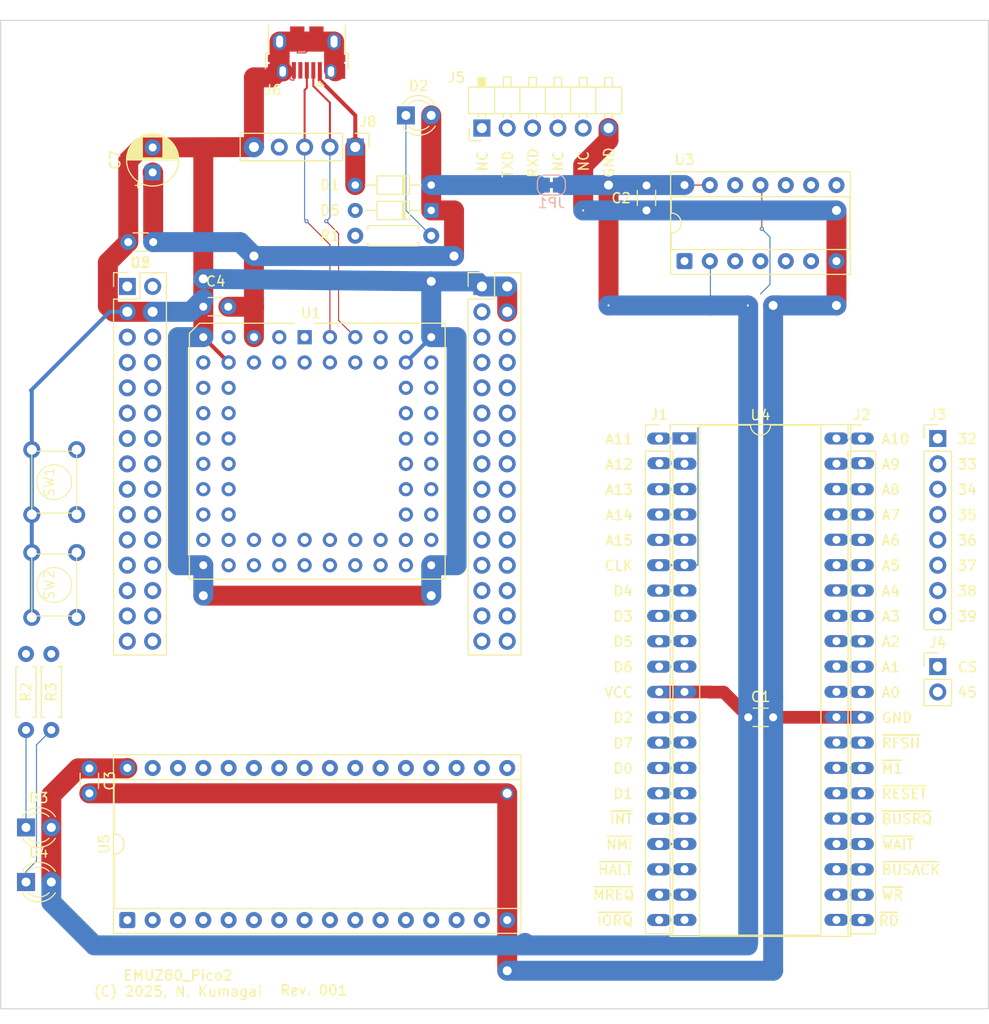
<source format=kicad_pcb>
(kicad_pcb (version 20241229) (generator "pcbnew") (generator_version "9.0")
  (title_block (title "EMUZ80_Pico2") (rev "Rev001") (company "Norihiro Kumagai"))
  (layers (0 "F.Cu" signal) (2 "B.Cu" signal) (13 "F.Paste" user) (15 "B.Paste" user) (5 "F.SilkS" user "F.Silkscreen") (7 "B.SilkS" user "B.Silkscreen") (1 "F.Mask" user) (3 "B.Mask" user) (25 "Edge.Cuts" user))
  (net 0 "")
  (net 1 "GND")
  (net 2 "+5V")
  (net 3 "/VCC")
  (net 4 "Net-(D2-K)")
  (net 5 "Net-(D3-K)")
  (net 6 "Net-(D4-K)")
  (net 7 "RESET")
  (net 8 "HALT")
  (net 9 "Net-(U1-RUN)")
  (net 10 "Net-(U1-BOOTSEL)")
  (net 11 "A4")
  (net 12 "GPIO33")
  (net 14 "GPIO35")
  (net 16 "RAMCS")
  (net 17 "GPIO32")
  (net 18 "M1")
  (net 19 "A7")
  (net 20 "D5")
  (net 21 "RFSH")
  (net 22 "A0")
  (net 23 "D7")
  (net 24 "A9")
  (net 25 "A6")
  (net 26 "BUSRQ")
  (net 27 "A8")
  (net 28 "D3")
  (net 29 "GPIO37")
  (net 30 "A13")
  (net 31 "GPIO36")
  (net 33 "GPIO34")
  (net 34 "Net-(J6-D+)")
  (net 35 "MREQ")
  (net 36 "D6")
  (net 37 "A14")
  (net 39 "BUSAK")
  (net 40 "A5")
  (net 41 "A12")
  (net 42 "RD")
  (net 43 "D4")
  (net 44 "WAIT")
  (net 45 "WR")
  (net 46 "D1")
  (net 47 "A1")
  (net 48 "Net-(J6-D-)")
  (net 49 "A3")
  (net 50 "/GPIO40")
  (net 51 "GPIO39")
  (net 52 "D0")
  (net 53 "/TX")
  (net 54 "/RX")
  (net 55 "D2")
  (net 56 "/GPIO41")
  (net 57 "/GPIO45")
  (net 58 "A2")
  (net 59 "A11")
  (net 61 "A10")
  (net 62 "IORQ")
  (net 63 "A15")
  (net 64 "GPIO38")
  (net 65 "INT")
  (net 66 "NMI")
  (net 67 "CLK")
  (net 69 "Net-(D1-A)")
  (net 70 "Net-(D5-A)")
  (net 71 "/CTS")
  (net 73 "/DTR")
  (footprint "local-f:LED_D3.0mm" (layer "F.Cu") (at 144.025 51.465)
    (property "Reference" "D2")
    (property "Value" "RED")
  )
  (footprint "Connector_PinHeader_2.54mm:PinHeader_1x05_P2.54mm_Vertical" (layer "F.Cu") (at 138.945 54.64 -90)
    (property "Reference" "J8")
    (property "Value" "Conn_01x05_Pin")
  )
  (footprint "MountingHole:MountingHole_3.5mm" (layer "F.Cu") (at 108.465 137.19)
    (property "Reference" "H1" (hide yes))
    (property "Value" "MountingHole" (hide yes))
  )
  (footprint "local-f:DIP-40_W15.24mm_Socket_OvalPad_splitcouryard" (layer "F.Cu") (at 171.9653 83.8373)
    (property "Reference" "U4")
    (property "Value" "Z80CPU")
  )
  (footprint "local-f:LED_D3.0mm" (layer "F.Cu") (at 105.925 122.83)
    (property "Reference" "D3")
    (property "Value" "GREEN")
  )
  (footprint "MountingHole:MountingHole_3.5mm" (layer "F.Cu") (at 197.365 71.15)
    (property "Reference" "H4" (hide yes))
    (property "Value" "MountingHole")
  )
  (footprint "Package_DIP:DIP-14_W7.62mm_Socket" (layer "F.Cu") (at 171.965 66.07 90)
    (property "Reference" "U3")
    (property "Value" "74HC00")
  )
  (footprint "local-f:R_Axial_L5.5mm_D2.0mm_P7.62mm_Horizontal" (layer "F.Cu") (at 105.925 113.06 90)
    (property "Reference" "R2")
    (property "Value" "1k")
  )
  (footprint "local-f:PLCC-64_THT-Socket" (layer "F.Cu") (at 135.135 85.12)
    (property "Reference" "U1")
    (property "Value" "Pimoroni PGA2350B")
  )
  (footprint "local-f:RB2350B_Core_Board" (layer "F.Cu") (at 135.135 86.39)
    (property "Reference" "U2")
    (property "Value" "RB2350B_Core_Board")
  )
  (footprint "local-f:R_Axial_L5.5mm_D2.0mm_P7.62mm_Horizontal" (layer "F.Cu") (at 146.565 63.53 180)
    (property "Reference" "R1")
    (property "Value" "1k")
  )
  (footprint "local-f:Tact_SW" (layer "F.Cu") (at 108.755 88.22 90)
    (property "Reference" "SW1")
    (property "Value" "RUN")
  )
  (footprint "local-f:LED_D3.0mm" (layer "F.Cu") (at 105.925 128.3)
    (property "Reference" "D4")
    (property "Value" "YELLOW")
  )
  (footprint "Package_DIP:DIP-32_W15.24mm_Socket" (layer "F.Cu") (at 116.085 132.11 90)
    (property "Reference" "U5")
    (property "Value" "HM628128")
  )
  (footprint "MountingHole:MountingHole_3.5mm" (layer "F.Cu") (at 197.365 45.75)
    (property "Reference" "H6" (hide yes))
    (property "Value" "MountingHole")
  )
  (footprint "local-f:Tact_SW" (layer "F.Cu") (at 108.755 98.53 90)
    (property "Reference" "SW2")
    (property "Value" "BOOTSEL")
  )
  (footprint "Connector_PinHeader_2.54mm:PinHeader_1x02_P2.54mm_Vertical" (layer "F.Cu") (at 197.365 106.71)
    (property "Reference" "J4")
    (property "Value" "EXT_GPIO2")
  )
  (footprint "Connector_USB:USB_Micro-B_Amphenol_10103594-0001LF_Horizontal" (layer "F.Cu") (at 134.065 45.185 180)
    (property "Reference" "J6")
    (property "Value" "USB_B_Micro")
  )
  (footprint "local-f:PinHeader_1x20_P2.54mm_Ovalpad_Vertical" (layer "F.Cu") (at 169.425 83.85)
    (property "Reference" "J1")
    (property "Value" "Z80_L")
  )
  (footprint "MountingHole:MountingHole_3.5mm" (layer "F.Cu") (at 197.365 137.19)
    (property "Reference" "H2" (hide yes))
    (property "Value" "MountingHole")
  )
  (footprint "local-f:PinHeader_1x06_P2.54mm_Horizontal_NoFeet" (layer "F.Cu") (at 151.645 52.735 90)
    (property "Reference" "J5")
    (property "Value" "Serial")
  )
  (footprint "Capacitor_THT:C_Disc_D3.0mm_W1.6mm_P2.50mm" (layer "F.Cu") (at 126.205 70.642 180)
    (property "Reference" "C4")
    (property "Value" "0.1u")
  )
  (footprint "local-f:D_DO-34_SOD68_P7.62mm_Horizontal" (layer "F.Cu") (at 146.565 60.99 180)
    (property "Reference" "D5")
    (property "Value" "1S3")
  )
  (footprint "Capacitor_THT:C_Disc_D3.0mm_W1.6mm_P2.50mm" (layer "F.Cu") (at 168.155 58.49 -90)
    (property "Reference" "C2")
    (property "Value" "0.1u")
  )
  (footprint "Capacitor_THT:C_Disc_D3.0mm_W1.6mm_P2.50mm" (layer "F.Cu") (at 112.275 116.91 -90)
    (property "Reference" "C3")
    (property "Value" "0.1u")
  )
  (footprint "Capacitor_THT:CP_Radial_D5.0mm_P2.50mm" (layer "F.Cu") (at 118.625 57.18 90)
    (property "Reference" "C7")
    (property "Value" "10uF")
  )
  (footprint "local-f:R_Axial_L5.5mm_D2.0mm_P7.62mm_Horizontal" (layer "F.Cu") (at 108.465 113.06 90)
    (property "Reference" "R3")
    (property "Value" "1k")
  )
  (footprint "MountingHole:MountingHole_3.5mm" (layer "F.Cu") (at 108.465 71.15)
    (property "Reference" "H3" (hide yes))
    (property "Value" "MountingHole")
  )
  (footprint "local-f:PinHeader_1x20_P2.54mm_Ovalpad_Vertical" (layer "F.Cu") (at 189.745 83.85)
    (property "Reference" "J2")
    (property "Value" "Z80_R")
  )
  (footprint "MountingHole:MountingHole_3.5mm" (layer "F.Cu") (at 108.465 45.75)
    (property "Reference" "H5" (hide yes))
    (property "Value" "MountingHole")
  )
  (footprint "Connector_PinHeader_2.54mm:PinHeader_1x08_P2.54mm_Vertical" (layer "F.Cu") (at 197.365 83.85)
    (property "Reference" "J3")
    (property "Value" "EXT_GPIO1")
  )
  (footprint "local-f:D_DO-34_SOD68_P7.62mm_Horizontal" (layer "F.Cu") (at 146.565 58.45 180)
    (property "Reference" "D1")
    (property "Value" "1S3")
  )
  (footprint "Capacitor_THT:C_Disc_D3.0mm_W1.6mm_P2.50mm" (layer "F.Cu") (at 178.355 111.79)
    (property "Reference" "C1")
    (property "Value" "0.1u")
  )
  (footprint "Capacitor_THT:C_Disc_D3.0mm_W1.6mm_P2.50mm" (layer "F.Cu") (at 118.68 64.165 180)
    (property "Reference" "C5")
    (property "Value" "0.1u")
  )
  (footprint "Jumper:SolderJumper-2_P1.3mm_Bridged_RoundedPad1.0x1.5mm" (layer "B.Cu") (at 158.615 58.45)
    (property "Reference" "JP1")
    (property "Value" "VCC_Jumper")
  )
  (gr_line (start 103.385 141) (end 103.385 41.94) (stroke (width 0.1)) (layer "Edge.Cuts"))
  (gr_line (start 202.445 41.94) (end 202.445 141) (stroke (width 0.1)) (layer "Edge.Cuts"))
  (gr_line (start 202.445 141) (end 103.385 141) (stroke (width 0.1)) (layer "Edge.Cuts"))
  (gr_line (start 202.445 41.94) (end 103.385 41.94) (stroke (width 0.1)) (layer "Edge.Cuts"))
  (gr_text "D3" (at 166.885 102.265 0) (layer "F.SilkS") (effects (font (size 1 1)) (justify right bottom)))
  (gr_text "NC" (at 162.44 57.18 90) (layer "F.SilkS") (effects (font (size 1 1)) (justify left bottom)))
  (gr_text "A7" (at 191.65 92.105 0) (layer "F.SilkS") (effects (font (size 1 1)) (justify left bottom)))
  (gr_text "A10" (at 191.65 84.485 0) (layer "F.SilkS") (effects (font (size 1 1)) (justify left bottom)))
  (gr_text "A2" (at 191.65 104.805 0) (layer "F.SilkS") (effects (font (size 1 1)) (justify left bottom)))
  (gr_text "D4" (at 166.885 99.725 0) (layer "F.SilkS") (effects (font (size 1 1)) (justify right bottom)))
  (gr_text "A11" (at 166.885 84.485 0) (layer "F.SilkS") (effects (font (size 1 1)) (justify right bottom)))
  (gr_text "~{M1}" (at 191.65 117.505 0) (layer "F.SilkS") (effects (font (size 1 1)) (justify left bottom)))
  (gr_text "35" (at 199.27 92.105 0) (layer "F.SilkS") (effects (font (size 1 1)) (justify left bottom)))
  (gr_text "39" (at 199.27 102.265 0) (layer "F.SilkS") (effects (font (size 1 1)) (justify left bottom)))
  (gr_text "D0" (at 166.885 117.505 0) (layer "F.SilkS") (effects (font (size 1 1)) (justify right bottom)))
  (gr_text "38" (at 199.27 99.725 0) (layer "F.SilkS") (effects (font (size 1 1)) (justify left bottom)))
  (gr_text "A8" (at 191.65 89.565 0) (layer "F.SilkS") (effects (font (size 1 1)) (justify left bottom)))
  (gr_text "33" (at 199.27 87.025 0) (layer "F.SilkS") (effects (font (size 1 1)) (justify left bottom)))
  (gr_text "45" (at 199.27 109.885 0) (layer "F.SilkS") (effects (font (size 1 1)) (justify left bottom)))
  (gr_text "NC" (at 152.28 57.18 90) (layer "F.SilkS") (effects (font (size 1 1)) (justify left bottom)))
  (gr_text "37" (at 199.27 97.185 0) (layer "F.SilkS") (effects (font (size 1 1)) (justify left bottom)))
  (gr_text "D5" (at 166.885 104.805 0) (layer "F.SilkS") (effects (font (size 1 1)) (justify right bottom)))
  (gr_text "36" (at 199.27 94.645 0) (layer "F.SilkS") (effects (font (size 1 1)) (justify left bottom)))
  (gr_text "~{INT}" (at 166.885 122.585 0) (layer "F.SilkS") (effects (font (size 1 1)) (justify right bottom)))
  (gr_text "A12" (at 166.885 87.025 0) (layer "F.SilkS") (effects (font (size 1 1)) (justify right bottom)))
  (gr_text "A1" (at 191.65 107.345 0) (layer "F.SilkS") (effects (font (size 1 1)) (justify left bottom)))
  (gr_text "~{WAIT}" (at 191.65 125.125 0) (layer "F.SilkS") (effects (font (size 1 1)) (justify left bottom)))
  (gr_text "A15" (at 166.885 94.645 0) (layer "F.SilkS") (effects (font (size 1 1)) (justify right bottom)))
  (gr_text "~{NMI}" (at 166.885 125.125 0) (layer "F.SilkS") (effects (font (size 1 1)) (justify right bottom)))
  (gr_text "A3" (at 191.65 102.265 0) (layer "F.SilkS") (effects (font (size 1 1)) (justify left bottom)))
  (gr_text "A9" (at 191.65 87.025 0) (layer "F.SilkS") (effects (font (size 1 1)) (justify left bottom)))
  (gr_text "D6" (at 166.885 107.345 0) (layer "F.SilkS") (effects (font (size 1 1)) (justify right bottom)))
  (gr_text "GND" (at 164.98 57.815 90) (layer "F.SilkS") (effects (font (size 1 1)) (justify left bottom)))
  (gr_text "~{HALT}" (at 166.885 127.665 0) (layer "F.SilkS") (effects (font (size 1 1)) (justify right bottom)))
  (gr_text "TXD" (at 154.82 57.815 90) (layer "F.SilkS") (effects (font (size 1 1)) (justify left bottom)))
  (gr_text "34" (at 199.27 89.565 0) (layer "F.SilkS") (effects (font (size 1 1)) (justify left bottom)))
  (gr_text "~{BUSRQ}" (at 191.65 122.585 0) (layer "F.SilkS") (effects (font (size 1 1)) (justify left bottom)))
  (gr_text "~{RESET}" (at 191.65 120.045 0) (layer "F.SilkS") (effects (font (size 1 1)) (justify left bottom)))
  (gr_text "CS" (at 199.27 107.345 0) (layer "F.SilkS") (effects (font (size 1 1)) (justify left bottom)))
  (gr_text "Rev. 001" (at 131.325 139.73 0) (layer "F.SilkS") (effects (font (size 1 1)) (justify left bottom)))
  (gr_text "A14" (at 166.885 92.105 0) (layer "F.SilkS") (effects (font (size 1 1)) (justify right bottom)))
  (gr_text "~{WR}" (at 191.65 130.205 0) (layer "F.SilkS") (effects (font (size 1 1)) (justify left bottom)))
  (gr_text "~{MREQ}" (at 167.005 130.175 0) (layer "F.SilkS") (effects (font (size 1 1)) (justify right bottom)))
  (gr_text "GND" (at 191.65 112.425 0) (layer "F.SilkS") (effects (font (size 1 1)) (justify left bottom)))
  (gr_text "A4" (at 191.65 99.725 0) (layer "F.SilkS") (effects (font (size 1 1)) (justify left bottom)))
  (gr_text "D2" (at 166.885 112.425 0) (layer "F.SilkS") (effects (font (size 1 1)) (justify right bottom)))
  (gr_text "CLK" (at 166.885 97.185 0) (layer "F.SilkS") (effects (font (size 1 1)) (justify right bottom)))
  (gr_text "NC" (at 159.9 57.18 90) (layer "F.SilkS") (effects (font (size 1 1)) (justify left bottom)))
  (gr_text "RXD" (at 157.36 57.815 90) (layer "F.SilkS") (effects (font (size 1 1)) (justify left bottom)))
  (gr_text "~{RD}" (at 193.555 132.745 0) (layer "F.SilkS") (effects (font (size 1 1)) (justify right bottom)))
  (gr_text "EMUZ80_Pico2\n(C) 2025, N. Kumagai" (at 121.165 138.46 0) (layer "F.SilkS") (effects (font (size 1 1))))
  (gr_text "A5" (at 191.65 97.185 0) (layer "F.SilkS") (effects (font (size 1 1)) (justify left bottom)))
  (gr_text "~{BUSACK}" (at 191.65 127.665 0) (layer "F.SilkS") (effects (font (size 1 1)) (justify left bottom)))
  (gr_text "A13" (at 166.885 89.565 0) (layer "F.SilkS") (effects (font (size 1 1)) (justify right bottom)))
  (gr_text "32" (at 199.27 84.485 0) (layer "F.SilkS") (effects (font (size 1 1)) (justify left bottom)))
  (gr_text "A6" (at 191.65 94.645 0) (layer "F.SilkS") (effects (font (size 1 1)) (justify left bottom)))
  (gr_text "D1" (at 166.885 120.045 0) (layer "F.SilkS") (effects (font (size 1 1)) (justify right bottom)))
  (gr_text "~{RFSH}" (at 191.65 114.965 0) (layer "F.SilkS") (effects (font (size 1 1)) (justify left bottom)))
  (gr_text "VCC" (at 166.885 109.885 0) (layer "F.SilkS") (effects (font (size 1 1)) (justify right bottom)))
  (gr_text "D7" (at 166.885 114.965 0) (layer "F.SilkS") (effects (font (size 1 1)) (justify right bottom)))
  (gr_text "~{IORQ}" (at 166.885 132.745 0) (layer "F.SilkS") (effects (font (size 1 1)) (justify right bottom)))
  (gr_text "A0" (at 191.65 109.885 0) (layer "F.SilkS") (effects (font (size 1 1)) (justify left bottom)))
  (segment (start 114.723 71.15) (end 116.085 71.15) (width 2) (layer "F.Cu") (net 1))
  (segment (start 116.18 64.165) (end 114.134 66.211) (width 2) (layer "F.Cu") (net 1))
  (segment (start 118.625 54.68) (end 117.49363 54.68) (width 2) (layer "F.Cu") (net 1))
  (segment (start 132.3717 47.07) (end 132.3717 47.7717) (width 0.1) (layer "F.Cu") (net 1))
  (segment (start 131.355 45.485) (end 131.09 45.75) (width 0.1) (layer "F.Cu") (net 1))
  (segment (start 123.959 54.659) (end 118.625 54.68) (width 2) (layer "F.Cu") (net 1))
  (segment (start 131.36 44.07) (end 134.09 44.07) (width 2) (layer "F.Cu") (net 1))
  (segment (start 136.82 44.07) (end 136.82 45.5) (width 2) (layer "F.Cu") (net 1))
  (segment (start 134.09 44.07) (end 135.455 44.07) (width 2) (layer "F.Cu") (net 1))
  (segment (start 131.67 47.07) (end 132.3717 47.07) (width 0.1) (layer "F.Cu") (net 1))
  (segment (start 128.785 54.64) (end 123.959 54.659) (width 2) (layer "F.Cu") (net 1))
  (segment (start 161.805 60.99) (end 161.805 56.4771) (width 2) (layer "F.Cu") (net 1))
  (segment (start 135.455 44.07) (end 136.82 44.07) (width 2) (layer "F.Cu") (net 1))
  (segment (start 123.705 67.848) (end 123.705 69.88) (width 2) (layer "F.Cu") (net 1))
  (segment (start 180.855 111.79) (end 189.745 111.79) (width 1.27) (layer "F.Cu") (net 1))
  (segment (start 131.34 44.7975) (end 131.34 45) (width 0.1) (layer "F.Cu") (net 1))
  (segment (start 133.97 45.2017) (end 133.13 45.2017) (width 0.1) (layer "F.Cu") (net 1))
  (segment (start 123.705 54.913) (end 123.705 67.848) (width 2) (layer "F.Cu") (net 1))
  (segment (start 136.82 45.5) (end 136.82 46.93) (width 2) (layer "F.Cu") (net 1))
  (segment (start 116.085 71.15) (end 118.625 71.15) (width 2) (layer "F.Cu") (net 1))
  (segment (start 187.205 66.07) (end 187.205 70.515) (width 2) (layer "F.Cu") (net 1))
  (segment (start 128.785 47.655) (end 130.605 47.655) (width 2) (layer "F.Cu") (net 1))
  (segment (start 137.04 45.72) (end 137.04 45.75) (width 0.1) (layer "F.Cu") (net 1))
  (segment (start 164.345 53.9371) (end 164.345 52.735) (width 2) (layer "F.Cu") (net 1))
  (segment (start 114.134 70.561) (end 114.723 71.15) (width 2) (layer "F.Cu") (net 1))
  (segment (start 131.36 45.485) (end 131.355 45.485) (width 0.1) (layer "F.Cu") (net 1))
  (segment (start 134.09 45.0817) (end 133.97 45.2017) (width 0.1) (layer "F.Cu") (net 1))
  (segment (start 131.36 44.7775) (end 131.36 45.485) (width 2) (layer "F.Cu") (net 1))
  (segment (start 154.185 119.41) (end 112.275 119.41) (width 2) (layer "F.Cu") (net 1))
  (segment (start 136.82 45.5) (end 137.04 45.72) (width 0.1) (layer "F.Cu") (net 1))
  (segment (start 130.605 47.655) (end 131.19 47.07) (width 2) (layer "F.Cu") (net 1))
  (segment (start 132.3717 47.7717) (end 132.5267 47.9267) (width 0.1) (layer "F.Cu") (net 1))
  (segment (start 146.565 99.598) (end 123.705 99.598) (width 2) (layer "F.Cu") (net 1))
  (segment (start 180.855 70.515) (end 181.49 70.515) (width 2) (layer "F.Cu") (net 1))
  (segment (start 136.82 46.93) (end 136.94 47.05) (width 2) (layer "F.Cu") (net 1))
  (segment (start 114.134 66.211) (end 114.134 70.561) (width 2) (layer "F.Cu") (net 1))
  (segment (start 154.185 119.41) (end 154.185 132.11) (width 2) (layer "F.Cu") (net 1))
  (segment (start 131.36 44.7775) (end 131.34 44.7975) (width 0.1) (layer "F.Cu") (net 1))
  (segment (start 154.185 132.11) (end 154.185 137.19) (width 2) (layer "F.Cu") (net 1))
  (segment (start 154.185 68.61) (end 154.185 71.15) (width 2) (layer "F.Cu") (net 1))
  (segment (start 117.49363 54.68) (end 116.18 55.99363) (width 2) (layer "F.Cu") (net 1))
  (segment (start 133.13 43.8) (end 133.13 45.2017) (width 0.1) (layer "F.Cu") (net 1))
  (segment (start 131.67 47.07) (end 131.36 46.9) (width 2) (layer "F.Cu") (net 1))
  (segment (start 187.205 66.07) (end 187.205 60.99) (width 2) (layer "F.Cu") (net 1))
  (segment (start 123.705 69.88) (end 123.705 73.69) (width 2) (layer "F.Cu") (net 1))
  (segment (start 132.5267 47.9267) (end 132.79 47.9267) (width 0.1) (layer "F.Cu") (net 1))
  (segment (start 131.36 44.07) (end 131.36 44.7775) (width 2) (layer "F.Cu") (net 1))
  (segment (start 116.18 55.99363) (end 116.18 64.165) (width 2) (layer "F.Cu") (net 1))
  (segment (start 131.36 45.485) (end 131.36 46.9) (width 2) (layer "F.Cu") (net 1))
  (segment (start 135.32 44.07) (end 135.05 43.8) (width 0.1) (layer "F.Cu") (net 1))
  (segment (start 126.245 76.23) (end 123.705 73.69) (width 0.4) (layer "F.Cu") (net 1))
  (segment (start 134.09 44.07) (end 134.09 45.0817) (width 0.1) (layer "F.Cu") (net 1))
  (segment (start 128.785 54.64) (end 128.785 47.655) (width 2) (layer "F.Cu") (net 1))
  (segment (start 131.36 46.9) (end 131.19 47.07) (width 2) (layer "F.Cu") (net 1))
  (segment (start 135.455 44.07) (end 135.32 44.07) (width 0.1) (layer "F.Cu") (net 1))
  (segment (start 132.79 46.95) (end 132.79 47.9267) (width 0.1) (layer "F.Cu") (net 1))
  (segment (start 161.805 56.4771) (end 164.345 53.9371) (width 2) (layer "F.Cu") (net 1))
  (via (at 146.565 68.102) (size 1.27) (drill 0.9) (layers "F.Cu" "B.Cu") (net 1))
  (via (at 146.565 99.598) (size 1.27) (drill 0.9) (layers "F.Cu" "B.Cu") (net 1))
  (via (at 187.205 60.99) (size 1.27) (drill 0.9) (layers "F.Cu" "B.Cu") (net 1))
  (via (at 187.205 70.515) (size 1.27) (drill 0.9) (layers "F.Cu" "B.Cu") (net 1))
  (via (at 123.705 67.848) (size 1.27) (drill 0.9) (layers "F.Cu" "B.Cu") (net 1))
  (via (at 123.705 99.598) (size 1.27) (drill 0.9) (layers "F.Cu" "B.Cu") (net 1))
  (via (at 180.855 70.515) (size 1.27) (drill 0.9) (layers "F.Cu" "B.Cu") (net 1))
  (via (at 161.805 60.99) (size 0.4) (drill 0.2) (layers "F.Cu" "B.Cu") (net 1))
  (via (at 154.185 119.41) (size 1.27) (drill 0.9) (layers "F.Cu" "B.Cu") (net 1))
  (via (at 154.185 137.19) (size 1.27) (drill 0.9) (layers "F.Cu" "B.Cu") (net 1))
  (segment (start 128.745 54.68) (end 128.785 54.64) (width 2) (layer "B.Cu") (net 1))
  (segment (start 118.625 71.15) (end 122.435 71.15) (width 2) (layer "B.Cu") (net 1))
  (segment (start 181.6899 101.0473) (end 180.6974 100.0548) (width 0.1) (layer "B.Cu") (net 1))
  (segment (start 106.505 91.47) (end 106.505 95.28) (width 0.4) (layer "B.Cu") (net 1))
  (segment (start 106.505 95.28) (end 106.505 101.78) (width 0.4) (layer "B.Cu") (net 1))
  (segment (start 180.855 70.515) (end 187.205 70.515) (width 2) (layer "B.Cu") (net 1))
  (segment (start 106.505 79.096) (end 106.505 84.97) (width 0.4) (layer "B.Cu") (net 1))
  (segment (start 114.307 71.15) (end 106.433 79.024) (width 0.4) (layer "B.Cu") (net 1))
  (segment (start 106.505 84.97) (end 106.505 91.47) (width 0.4) (layer "B.Cu") (net 1))
  (segment (start 106.433 79.024) (end 106.505 79.096) (width 0.4) (layer "B.Cu") (net 1))
  (segment (start 149.105 73.69) (end 146.565 73.69) (width 2) (layer "B.Cu") (net 1))
  (segment (start 151.645 68.61) (end 154.185 68.61) (width 2) (layer "B.Cu") (net 1))
  (segment (start 146.565 96.55) (end 146.565 99.598) (width 2) (layer "B.Cu") (net 1))
  (segment (start 149.105 96.55) (end 146.565 96.55) (width 2) (layer "B.Cu") (net 1))
  (segment (start 180.855 111.79) (end 180.855 137.19) (width 2) (layer "B.Cu") (net 1))
  (segment (start 146.565 68.102) (end 146.565 73.69) (width 2) (layer "B.Cu") (net 1))
  (segment (start 146.565 68.102) (end 151.137 68.102) (width 2) (layer "B.Cu") (net 1))
  (segment (start 116.085 71.15) (end 114.307 71.15) (width 0.4) (layer "B.Cu") (net 1))
  (segment (start 180.855 109.758) (end 180.855 70.515) (width 2) (layer "B.Cu") (net 1))
  (segment (start 122.435 71.15) (end 123.705 69.88) (width 2) (layer "B.Cu") (net 1))
  (segment (start 121.165 96.55) (end 123.705 96.55) (width 2) (layer "B.Cu") (net 1))
  (segment (start 180.855 111.79) (end 180.855 109.758) (width 2) (layer "B.Cu") (net 1))
  (segment (start 149.105 73.69) (end 149.105 96.55) (width 2) (layer "B.Cu") (net 1))
  (segment (start 187.205 60.99) (end 161.805 60.99) (width 2) (layer "B.Cu") (net 1))
  (segment (start 123.705 99.598) (end 123.705 96.55) (width 2) (layer "B.Cu") (net 1))
  (segment (start 123.705 73.69) (end 121.165 73.69) (width 2) (layer "B.Cu") (net 1))
  (segment (start 154.185 137.19) (end 180.855 137.19) (width 2) (layer "B.Cu") (net 1))
  (segment (start 121.165 73.69) (end 121.165 96.55) (width 2) (layer "B.Cu") (net 1))
  (segment (start 151.137 68.102) (end 151.645 68.61) (width 2) (layer "B.Cu") (net 1))
  (segment (start 123.705 67.848) (end 146.565 68.102) (width 2) (layer "B.Cu") (net 1))
  (segment (start 144.025 76.23) (end 146.565 73.69) (width 0.4) (layer "B.Cu") (net 1))
  (segment (start 146.565 60.99) (end 148.851 60.99) (width 2) (layer "F.Cu") (net 2))
  (segment (start 146.565 60.99) (end 146.565 58.45) (width 2) (layer "F.Cu") (net 2))
  (segment (start 128.785 65.562) (end 128.785 69.88) (width 2) (layer "F.Cu") (net 2))
  (segment (start 148.851 60.99) (end 148.851 65.562) (width 2) (layer "F.Cu") (net 2))
  (segment (start 146.565 58.45) (end 146.565 51.465) (width 2) (layer "F.Cu") (net 2))
  (segment (start 126.225 70.642) (end 128.805 70.642) (width 2) (layer "F.Cu") (net 2))
  (segment (start 128.785 69.88) (end 128.785 73.69) (width 2) (layer "F.Cu") (net 2))
  (segment (start 118.68 57.235) (end 118.625 57.18) (width 2) (layer "F.Cu") (net 2))
  (segment (start 118.68 64.165) (end 118.68 57.235) (width 2) (layer "F.Cu") (net 2))
  (via (at 128.785 65.562) (size 1.27) (drill 0.9) (layers "F.Cu" "B.Cu") (net 2))
  (via (at 148.851 65.562) (size 1.27) (drill 0.9) (layers "F.Cu" "B.Cu") (net 2))
  (segment (start 118.68 64.165) (end 127.388 64.165) (width 2) (layer "B.Cu") (net 2))
  (segment (start 148.851 65.562) (end 128.785 65.562) (width 2) (layer "B.Cu") (net 2))
  (segment (start 127.388 64.165) (end 128.785 65.562) (width 2) (layer "B.Cu") (net 2))
  (segment (start 146.565 58.45) (end 157.233 58.45) (width 2) (layer "B.Cu") (net 2))
  (segment (start 157.965 58.45) (end 157.233 58.45) (width 0.1) (layer "B.Cu") (net 2))
  (segment (start 116.045 116.91) (end 116.085 116.87) (width 2) (layer "F.Cu") (net 3))
  (segment (start 112.275 116.91) (end 116.045 116.91) (width 2) (layer "F.Cu") (net 3))
  (segment (start 174.4834 109.25) (end 174.505 109.2716) (width 1.27) (layer "F.Cu") (net 3))
  (segment (start 174.505 58.45) (end 171.965 58.45) (width 0.1) (layer "F.Cu") (net 3))
  (segment (start 178.355 111.724859) (end 175.901741 109.2716) (width 1.27) (layer "F.Cu") (net 3))
  (segment (start 178.355 111.79) (end 178.355 111.724859) (width 1.27) (layer "F.Cu") (net 3))
  (segment (start 108.465 119.589) (end 111.144 116.91) (width 2) (layer "F.Cu") (net 3))
  (segment (start 108.465 128.3) (end 108.465 122.83) (width 2) (layer "F.Cu") (net 3))
  (segment (start 111.144 116.91) (end 112.275 116.91) (width 2) (layer "F.Cu") (net 3))
  (segment (start 108.465 122.83) (end 108.465 119.589) (width 2) (layer "F.Cu") (net 3))
  (segment (start 169.425 109.25) (end 174.4834 109.25) (width 1.27) (layer "F.Cu") (net 3))
  (segment (start 175.901741 109.2716) (end 174.505 109.2716) (width 1.27) (layer "F.Cu") (net 3))
  (segment (start 164.345 70.515) (end 164.345 58.45) (width 2) (layer "F.Cu") (net 3))
  (segment (start 178.355 70.555) (end 178.315 70.515) (width 2) (layer "F.Cu") (net 3))
  (via (at 164.345 58.45) (size 1.27) (drill 0.9) (layers "F.Cu" "B.Cu") (net 3))
  (via (at 164.345 70.515) (size 0.4) (drill 0.2) (layers "F.Cu" "B.Cu") (net 3))
  (via (at 178.315 70.515) (size 0.4) (drill 0.2) (layers "F.Cu" "B.Cu") (net 3))
  (segment (start 164.345 58.45) (end 159.9 58.45) (width 2) (layer "B.Cu") (net 3))
  (segment (start 164.345 58.45) (end 171.965 58.45) (width 2) (layer "B.Cu") (net 3))
  (segment (start 155.709 134.65) (end 112.783 134.65) (width 2) (layer "B.Cu") (net 3))
  (segment (start 174.563 70.515) (end 178.315 70.515) (width 2) (layer "B.Cu") (net 3))
  (segment (start 159.265 58.45) (end 159.9 58.45) (width 0.1) (layer "B.Cu") (net 3))
  (segment (start 174.505 66.07) (end 174.563 66.128) (width 0.1) (layer "B.Cu") (net 3))
  (segment (start 178.315 134.65) (end 155.963 134.65) (width 2) (layer "B.Cu") (net 3))
  (segment (start 108.465 130.332) (end 108.465 128.3) (width 2) (layer "B.Cu") (net 3))
  (segment (start 112.783 134.65) (end 108.465 130.332) (width 2) (layer "B.Cu") (net 3))
  (segment (start 178.1856 114.9437) (end 178.1856 113.9474) (width 0.1) (layer "B.Cu") (net 3))
  (segment (start 155.963 134.396) (end 155.709 134.65) (width 2) (layer "B.Cu") (net 3))
  (segment (start 178.355 134.356) (end 178.355 110.266) (width 2) (layer "B.Cu") (net 3))
  (segment (start 178.355 110.266) (end 178.355 70.555) (width 2) (layer "B.Cu") (net 3))
  (segment (start 164.345 70.515) (end 174.563 70.515) (width 2) (layer "B.Cu") (net 3))
  (segment (start 174.563 66.128) (end 174.563 70.515) (width 0.1) (layer "B.Cu") (net 3))
  (segment (start 144.025 51.465) (end 144.025 60.99) (width 0.1) (layer "B.Cu") (net 4))
  (segment (start 144.025 60.99) (end 146.565 63.53) (width 0.1) (layer "B.Cu") (net 4))
  (segment (start 105.925 113.06) (end 105.925 122.83) (width 0.1) (layer "B.Cu") (net 5))
  (segment (start 106.9767 126.1966) (end 105.925 127.2483) (width 0.1) (layer "B.Cu") (net 6))
  (segment (start 105.925 128.3) (end 105.925 127.2483) (width 0.1) (layer "B.Cu") (net 6))
  (segment (start 106.9767 114.5483) (end 106.9767 126.1966) (width 0.1) (layer "B.Cu") (net 6))
  (segment (start 108.465 113.06) (end 106.9767 114.5483) (width 0.1) (layer "B.Cu") (net 6))
  (segment (start 133.865 48.925) (end 133.865 54.64) (width 0.2) (layer "F.Cu") (net 34))
  (segment (start 134.09 46.95) (end 134.09 48.7) (width 0.2) (layer "F.Cu") (net 34))
  (segment (start 134.0556 62.0765) (end 136.405 64.4259) (width 0.1) (layer "F.Cu") (net 34))
  (segment (start 136.405 64.4259) (end 136.405 73.69) (width 0.1) (layer "F.Cu") (net 34))
  (segment (start 134.09 48.7) (end 133.865 48.925) (width 0.2) (layer "F.Cu") (net 34))
  (via (at 134.0556 62.0765) (size 0.4) (drill 0.2) (layers "F.Cu" "B.Cu") (net 34))
  (segment (start 134.0556 62.0765) (end 133.865 61.8859) (width 0.1) (layer "B.Cu") (net 34))
  (segment (start 133.865 61.8859) (end 133.865 54.64) (width 0.1) (layer "B.Cu") (net 34))
  (segment (start 137.2709 72.0159) (end 137.2709 63.3066) (width 0.1) (layer "F.Cu") (net 48))
  (segment (start 138.945 73.69) (end 137.2709 72.0159) (width 0.1) (layer "F.Cu") (net 48))
  (segment (start 134.74 48.53) (end 136.405 50.195) (width 0.2) (layer "F.Cu") (net 48))
  (segment (start 136.405 50.195) (end 136.405 54.64) (width 0.2) (layer "F.Cu") (net 48))
  (segment (start 134.74 46.95) (end 134.74 48.53) (width 0.2) (layer "F.Cu") (net 48))
  (segment (start 137.2709 63.3066) (end 136.0408 62.0765) (width 0.1) (layer "F.Cu") (net 48))
  (via (at 136.0408 62.0765) (size 0.4) (drill 0.2) (layers "F.Cu" "B.Cu") (net 48))
  (segment (start 136.0408 62.0765) (end 136.405 61.7123) (width 0.1) (layer "B.Cu") (net 48))
  (segment (start 136.405 61.7123) (end 136.405 54.64) (width 0.1) (layer "B.Cu") (net 48))
  (segment (start 170.6009 124.49) (end 170.6136 124.4773) (width 0.1) (layer "F.Cu") (net 66))
  (segment (start 169.425 124.49) (end 170.6009 124.49) (width 0.1) (layer "F.Cu") (net 66))
  (segment (start 171.9653 124.4773) (end 170.6136 124.4773) (width 0.1) (layer "F.Cu") (net 66))
  (segment (start 179.585 58.45) (end 179.7152 58.5802) (width 0.1) (layer "F.Cu") (net 67))
  (segment (start 171.9653 96.5373) (end 170.6136 96.5373) (width 0.1) (layer "F.Cu") (net 67))
  (segment (start 179.7152 58.5802) (end 179.7152 62.8336) (width 0.1) (layer "F.Cu") (net 67))
  (segment (start 170.6009 96.55) (end 170.6136 96.5373) (width 0.1) (layer "F.Cu") (net 67))
  (segment (start 169.425 96.55) (end 170.6009 96.55) (width 0.1) (layer "F.Cu") (net 67))
  (via (at 179.7152 62.8336) (size 0.4) (drill 0.2) (layers "F.Cu" "B.Cu") (net 67))
  (segment (start 173.317 82.762) (end 173.317 96.5373) (width 0.1) (layer "B.Cu") (net 67))
  (segment (start 180.5377 68.4071) (end 179.585 69.3598) (width 0.1) (layer "B.Cu") (net 67))
  (segment (start 171.9653 96.5373) (end 173.317 96.5373) (width 0.1) (layer "B.Cu") (net 67))
  (segment (start 180.5377 63.6561) (end 180.5377 68.4071) (width 0.1) (layer "B.Cu") (net 67))
  (segment (start 179.7152 62.8336) (end 180.5377 63.6561) (width 0.1) (layer "B.Cu") (net 67))
  (segment (start 138.945 51.465) (end 138.945 54.64) (width 0.4) (layer "F.Cu") (net 69))
  (segment (start 135.39 46.95) (end 135.39 47.91) (width 0.4) (layer "F.Cu") (net 69))
  (segment (start 138.945 54.64) (end 138.945 58.45) (width 2) (layer "F.Cu") (net 69))
  (segment (start 135.39 47.91) (end 138.945 51.465) (width 0.4) (layer "F.Cu") (net 69))
)
</source>
